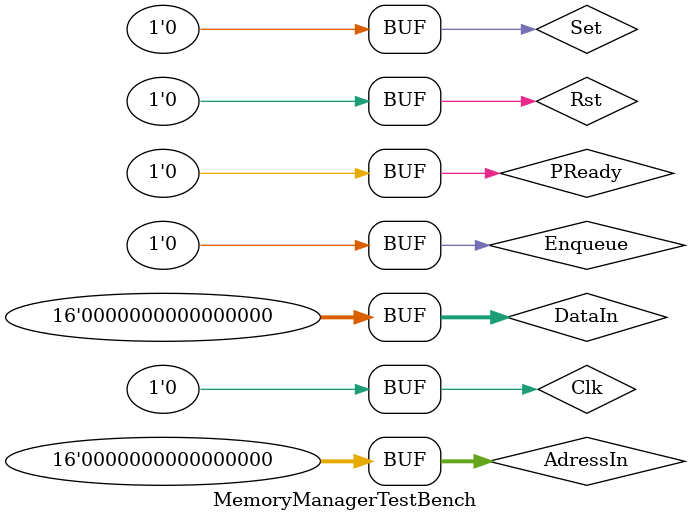
<source format=v>
`timescale 1ns / 1ps


module MemoryManagerTestBench;

	// Inputs
	reg Clk;
	reg Rst;
	reg Set;
	reg Enqueue;
	reg PReady;
	reg [15:0] AdressIn;
	reg [15:0] DataIn;

	// Outputs
	wire Empty;
	wire Busy;
	wire Trans;
	wire [15:0] DataOut;
	wire [15:0] AdressOut;

	// Instantiate the Unit Under Test (UUT)
	MemoryOutManager uut (
		.Clk(Clk), 
		.Rst(Rst), 
		.Set(Set), 
		.Enqueue(Enqueue), 
		.PReady(PReady), 
		.AdressIn(AdressIn), 
		.DataIn(DataIn), 
		.Empty(Empty), 
		.Busy(Busy), 
		.Trans(Trans), 
		.DataOut(DataOut), 
		.AdressOut(AdressOut)
	);

	initial begin
		// Initialize Inputs
		Clk = 0;
		Rst = 0;
		Set = 0;
		Enqueue = 0;
		PReady = 0;
		AdressIn = 0;
		DataIn = 0;

		// Wait 100 ns for global reset to finish
		#100;
        
		// Add stimulus here

	end
      
endmodule


</source>
